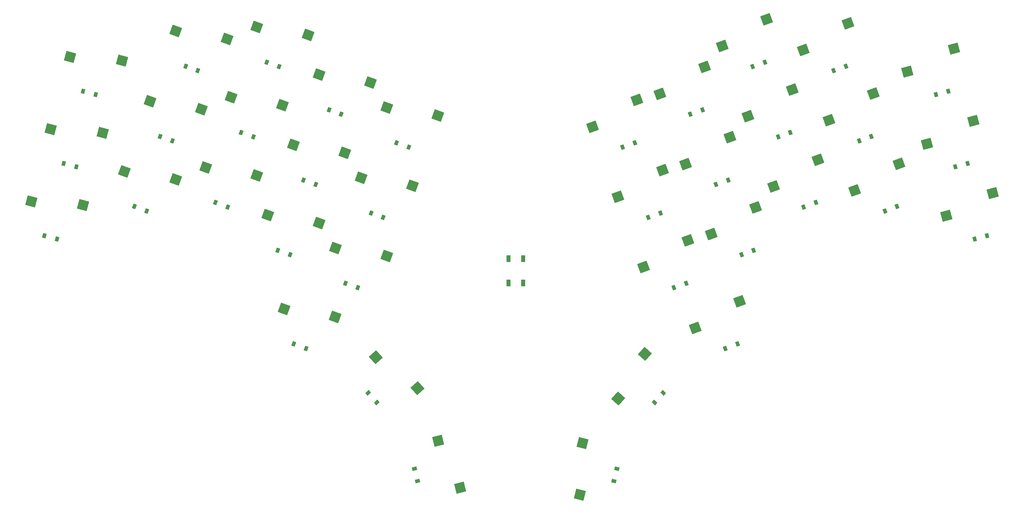
<source format=gbr>
%TF.GenerationSoftware,KiCad,Pcbnew,(6.0.10)*%
%TF.CreationDate,2024-09-29T17:33:22+02:00*%
%TF.ProjectId,blavinge,626c6176-696e-4676-952e-6b696361645f,v1.0.0*%
%TF.SameCoordinates,Original*%
%TF.FileFunction,Paste,Bot*%
%TF.FilePolarity,Positive*%
%FSLAX46Y46*%
G04 Gerber Fmt 4.6, Leading zero omitted, Abs format (unit mm)*
G04 Created by KiCad (PCBNEW (6.0.10)) date 2024-09-29 17:33:22*
%MOMM*%
%LPD*%
G01*
G04 APERTURE LIST*
G04 Aperture macros list*
%AMRotRect*
0 Rectangle, with rotation*
0 The origin of the aperture is its center*
0 $1 length*
0 $2 width*
0 $3 Rotation angle, in degrees counterclockwise*
0 Add horizontal line*
21,1,$1,$2,0,0,$3*%
G04 Aperture macros list end*
%ADD10RotRect,2.550000X2.500000X345.000000*%
%ADD11RotRect,2.550000X2.500000X340.000000*%
%ADD12RotRect,2.550000X2.500000X312.000000*%
%ADD13RotRect,2.550000X2.500000X284.000000*%
%ADD14RotRect,2.550000X2.500000X15.000000*%
%ADD15RotRect,2.550000X2.500000X20.000000*%
%ADD16RotRect,2.550000X2.500000X48.000000*%
%ADD17RotRect,2.550000X2.500000X76.000000*%
%ADD18RotRect,0.900000X1.200000X345.000000*%
%ADD19RotRect,0.900000X1.200000X340.000000*%
%ADD20RotRect,0.900000X1.200000X312.000000*%
%ADD21RotRect,0.900000X1.200000X284.000000*%
%ADD22RotRect,0.900000X1.200000X15.000000*%
%ADD23RotRect,0.900000X1.200000X20.000000*%
%ADD24RotRect,0.900000X1.200000X48.000000*%
%ADD25RotRect,0.900000X1.200000X76.000000*%
%ADD26R,1.100000X1.800000*%
G04 APERTURE END LIST*
D10*
%TO.C,S1*%
X42555086Y-129810187D03*
X55699009Y-130702490D03*
%TD*%
%TO.C,S2*%
X47472625Y-111457580D03*
X60616548Y-112349883D03*
%TD*%
%TO.C,S3*%
X52390180Y-93104995D03*
X65534103Y-93997298D03*
%TD*%
D11*
%TO.C,S4*%
X66194338Y-122178777D03*
X79210476Y-124213252D03*
%TD*%
%TO.C,S5*%
X72692728Y-104324612D03*
X85708866Y-106359087D03*
%TD*%
%TO.C,S6*%
X79191104Y-86470438D03*
X92207242Y-88504913D03*
%TD*%
%TO.C,S7*%
X86784662Y-121159626D03*
X99800800Y-123194101D03*
%TD*%
%TO.C,S8*%
X93283058Y-103305460D03*
X106299196Y-105339935D03*
%TD*%
%TO.C,S9*%
X99781436Y-85451303D03*
X112797574Y-87485778D03*
%TD*%
%TO.C,S10*%
X102586710Y-133296167D03*
X115602848Y-135330642D03*
%TD*%
%TO.C,S11*%
X109085097Y-115441998D03*
X122101235Y-117476473D03*
%TD*%
%TO.C,S12*%
X115583473Y-97587836D03*
X128599611Y-99622311D03*
%TD*%
%TO.C,S13*%
X119756829Y-141673932D03*
X132772967Y-143708407D03*
%TD*%
%TO.C,S14*%
X126255212Y-123819769D03*
X139271350Y-125854244D03*
%TD*%
%TO.C,S15*%
X132753587Y-105965604D03*
X145769725Y-108000079D03*
%TD*%
%TO.C,S16*%
X106680602Y-157133963D03*
X119696740Y-159168438D03*
%TD*%
D12*
%TO.C,S17*%
X130015867Y-169395412D03*
X140553306Y-177302454D03*
%TD*%
D13*
%TO.C,S18*%
X151416380Y-202594321D03*
X145824505Y-190665790D03*
%TD*%
D14*
%TO.C,S19*%
X274828375Y-133477640D03*
X286657498Y-127678435D03*
%TD*%
%TO.C,S20*%
X269910806Y-115125069D03*
X281739929Y-109325864D03*
%TD*%
%TO.C,S21*%
X264993225Y-96772472D03*
X276822348Y-90973267D03*
%TD*%
D15*
%TO.C,S22*%
X251560833Y-127025205D03*
X262839508Y-120217092D03*
%TD*%
%TO.C,S23*%
X245062450Y-109171045D03*
X256341125Y-102362932D03*
%TD*%
%TO.C,S24*%
X238564057Y-91316887D03*
X249842732Y-84508774D03*
%TD*%
%TO.C,S25*%
X230970507Y-126006058D03*
X242249182Y-119197945D03*
%TD*%
%TO.C,S26*%
X224472126Y-108151886D03*
X235750801Y-101343773D03*
%TD*%
%TO.C,S27*%
X217973736Y-90297731D03*
X229252411Y-83489618D03*
%TD*%
%TO.C,S28*%
X215168481Y-138142581D03*
X226447156Y-131334468D03*
%TD*%
%TO.C,S29*%
X208670095Y-120288412D03*
X219948770Y-113480299D03*
%TD*%
%TO.C,S30*%
X202171707Y-102434267D03*
X213450382Y-95626154D03*
%TD*%
%TO.C,S31*%
X197998341Y-146520350D03*
X209277016Y-139712237D03*
%TD*%
%TO.C,S32*%
X191499971Y-128666187D03*
X202778646Y-121858074D03*
%TD*%
%TO.C,S33*%
X185001574Y-110812019D03*
X196280249Y-104003906D03*
%TD*%
%TO.C,S34*%
X211074573Y-161980373D03*
X222353248Y-155172260D03*
%TD*%
D16*
%TO.C,S35*%
X191573176Y-179925773D03*
X198335439Y-168619548D03*
%TD*%
D17*
%TO.C,S36*%
X181818084Y-204414881D03*
X182480857Y-191257386D03*
%TD*%
D18*
%TO.C,D1*%
X49040934Y-139354039D03*
X45853378Y-138499937D03*
%TD*%
%TO.C,D2*%
X53958502Y-121001453D03*
X50770946Y-120147351D03*
%TD*%
%TO.C,D3*%
X58876059Y-102648866D03*
X55688503Y-101794764D03*
%TD*%
D19*
%TO.C,D4*%
X71823733Y-132251591D03*
X68722747Y-131122925D03*
%TD*%
%TO.C,D5*%
X78322110Y-114397438D03*
X75221124Y-113268772D03*
%TD*%
%TO.C,D6*%
X84820499Y-96543273D03*
X81719513Y-95414607D03*
%TD*%
%TO.C,D7*%
X92414047Y-131232439D03*
X89313061Y-130103773D03*
%TD*%
%TO.C,D8*%
X98912431Y-113378269D03*
X95811445Y-112249603D03*
%TD*%
%TO.C,D9*%
X105410817Y-95524124D03*
X102309831Y-94395458D03*
%TD*%
%TO.C,D10*%
X108216077Y-143368982D03*
X105115091Y-142240316D03*
%TD*%
%TO.C,D11*%
X114714466Y-125514818D03*
X111613480Y-124386152D03*
%TD*%
%TO.C,D12*%
X121212849Y-107660658D03*
X118111863Y-106531992D03*
%TD*%
%TO.C,D13*%
X125386199Y-151746762D03*
X122285213Y-150618096D03*
%TD*%
%TO.C,D14*%
X131884596Y-133892591D03*
X128783610Y-132763925D03*
%TD*%
%TO.C,D15*%
X138382960Y-116038433D03*
X135281974Y-114909767D03*
%TD*%
%TO.C,D16*%
X112309973Y-167206784D03*
X109208987Y-166078118D03*
%TD*%
D20*
%TO.C,D17*%
X130257419Y-180932027D03*
X128049287Y-178479649D03*
%TD*%
D21*
%TO.C,D18*%
X140621658Y-200965409D03*
X139823316Y-197763433D03*
%TD*%
D22*
%TO.C,D19*%
X285217241Y-138499935D03*
X282029685Y-139354037D03*
%TD*%
%TO.C,D20*%
X280299679Y-120147353D03*
X277112123Y-121001455D03*
%TD*%
%TO.C,D21*%
X275382096Y-101794765D03*
X272194540Y-102648867D03*
%TD*%
D23*
%TO.C,D22*%
X262347872Y-131122951D03*
X259246886Y-132251617D03*
%TD*%
%TO.C,D23*%
X255849492Y-113268775D03*
X252748506Y-114397441D03*
%TD*%
%TO.C,D24*%
X249351104Y-95414624D03*
X246250118Y-96543290D03*
%TD*%
%TO.C,D25*%
X241757541Y-130103786D03*
X238656555Y-131232452D03*
%TD*%
%TO.C,D26*%
X235259160Y-112249614D03*
X232158174Y-113378280D03*
%TD*%
%TO.C,D27*%
X228760797Y-94395460D03*
X225659811Y-95524126D03*
%TD*%
%TO.C,D28*%
X225955514Y-142240317D03*
X222854528Y-143368983D03*
%TD*%
%TO.C,D29*%
X219457126Y-124386161D03*
X216356140Y-125514827D03*
%TD*%
%TO.C,D30*%
X212958757Y-106531992D03*
X209857771Y-107660658D03*
%TD*%
%TO.C,D31*%
X208785401Y-150618072D03*
X205684415Y-151746738D03*
%TD*%
%TO.C,D32*%
X202287006Y-132763932D03*
X199186020Y-133892598D03*
%TD*%
%TO.C,D33*%
X195788625Y-114909767D03*
X192687639Y-116038433D03*
%TD*%
%TO.C,D34*%
X221861638Y-166078111D03*
X218760652Y-167206777D03*
%TD*%
D24*
%TO.C,D35*%
X203021336Y-178479640D03*
X200813204Y-180932018D03*
%TD*%
D25*
%TO.C,D36*%
X191247303Y-197763439D03*
X190448961Y-200965415D03*
%TD*%
D26*
%TO.C,B1*%
X167385303Y-150583953D03*
X167385303Y-144383953D03*
X163685303Y-150583953D03*
X163685303Y-144383953D03*
%TD*%
M02*

</source>
